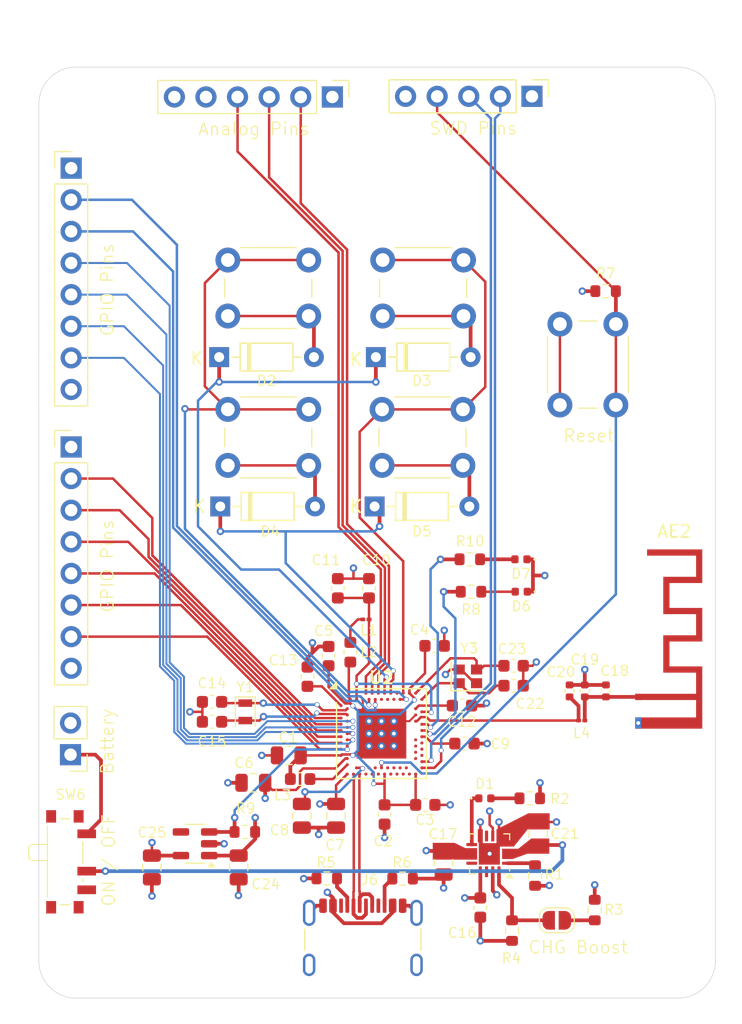
<source format=kicad_pcb>
(kicad_pcb (version 20240108) (generator "pcbnew") (generator_version "8.0")
  (layers (0 "F.Cu" signal) (1 "In1.Cu" power "GND") (2 "In2.Cu" power "PWR") (31 "B.Cu" signal) (34 "B.Paste" user) (35 "F.Paste" user) (36 "B.SilkS" user "B.Silkscreen") (37 "F.SilkS" user "F.Silkscreen") (38 "B.Mask" user) (39 "F.Mask" user) (44 "Edge.Cuts" user))
  (net 0 "")
  (net 1 "VDD_NRF")
  (net 2 "GND_ANT")
  (net 3 "VDDH")
  (net 4 "VBUS")
  (net 5 "Net-(U2-DECUSB)")
  (net 6 "Net-(U2-DEC5)")
  (net 7 "Net-(U2-DEC4)")
  (net 8 "Net-(U2-DEC3)")
  (net 9 "Net-(U2-DEC1)")
  (net 10 "Net-(U2-XL1{slash}P0.00)")
  (net 11 "Net-(U2-XL2{slash}P0.01)")
  (net 12 "Net-(U2-ANT)")
  (net 13 "VBAT")
  (net 14 "Net-(U2-XC1)")
  (net 15 "Net-(U2-XC2)")
  (net 16 "CUTOFF_VCC")
  (net 17 "Net-(D1-K)")
  (net 18 "Net-(D1-A)")
  (net 19 "Net-(D2-A)")
  (net 20 "Net-(D3-A)")
  (net 21 "Net-(D4-A)")
  (net 22 "Net-(D5-A)")
  (net 23 "Net-(D6-A)")
  (net 24 "Net-(D7-A)")
  (net 25 "P004")
  (net 26 "P002")
  (net 27 "P006")
  (net 28 "P008")
  (net 29 "SWDCLK")
  (net 30 "SWDIO")
  (net 31 "P012")
  (net 32 "P026")
  (net 33 "P109")
  (net 35 "Net-(J5-Pin_1)")
  (net 36 "D+")
  (net 37 "Net-(J6-CC2)")
  (net 38 "D-")
  (net 39 "Net-(J6-CC1)")
  (net 40 "Net-(JP1-B)")
  (net 41 "Net-(JP1-A)")
  (net 42 "Net-(L1-Pad2)")
  (net 43 "Net-(U2-DCC)")
  (net 44 "Net-(U2-DCCH)")
  (net 45 "Net-(U1-TS)")
  (net 46 "Net-(AE2-A)")
  (net 47 "BLED")
  (net 48 "CUTOFF_PIN")
  (net 49 "GLED")
  (net 53 "P108")
  (net 71 "P031")
  (net 73 "P029")
  (net 74 "P007")
  (net 75 "P005")
  (net 76 "P027")
  (net 77 "P028")
  (net 80 "P030")
  (net 82 "P115")
  (net 83 "P113")
  (net 84 "P110")
  (net 85 "P111")
  (net 90 "Reset")
  (footprint "Connector_USB:USB_C_Receptacle_GCT_USB4105-xx-A_16P_TopMnt_Horizontal" (layer "F.Cu") (at 84.75312 148.255)
    (property "Reference" "J6")
    (property "Value" "USB_C_Receptacle_USB2.0_14P")
  )
  (footprint "Connector_PinHeader_2.54mm:PinHeader_1x08_P2.54mm_Vertical" (layer "F.Cu") (at 61.3 107.72)
    (property "Reference" "J4")
    (property "Value" "GPIO header 2")
  )
  (footprint "Capacitor_SMD:C_0805_2012Metric" (layer "F.Cu") (at 74.77 141.5 -90)
    (property "Reference" "C24")
    (property "Value" "10uF")
  )
  (footprint "LED_SMD:LED_0402_1005Metric" (layer "F.Cu") (at 97.4675 116.745 180)
    (property "Reference" "D7")
    (property "Value" "Green")
  )
  (footprint "Capacitor_SMD:C_0603_1608Metric" (layer "F.Cu") (at 96.875 126.9)
    (property "Reference" "C22")
    (property "Value" "12pF")
  )
  (footprint "Capacitor_SMD:C_0603_1608Metric" (layer "F.Cu") (at 80.3 126.175 -90)
    (property "Reference" "C13")
    (property "Value" "100nF")
  )
  (footprint "Button_Switch_SMD:SW_SPDT_PCM12" (layer "F.Cu") (at 61.12 141.05 -90)
    (property "Reference" "SW6")
    (property "Value" "Power switch")
  )
  (footprint "Capacitor_SMD:C_0603_1608Metric" (layer "F.Cu") (at 92.725 128.5 180)
    (property "Reference" "C12")
    (property "Value" "100pF")
  )
  (footprint "Package_DFN_QFN:VQFN-16-1EP_3x3mm_P0.5mm_EP1.6x1.6mm" (layer "F.Cu") (at 94.95 140.4125 180)
    (property "Reference" "U1")
    (property "Value" "BQ24075RGT")
  )
  (footprint "Capacitor_SMD:C_0603_1608Metric" (layer "F.Cu") (at 86.5 137.25 90)
    (property "Reference" "C2")
    (property "Value" "100nF")
  )
  (footprint "MountingHole:MountingHole_2.2mm_M2" (layer "F.Cu") (at 110.1 80.2)
    (property "Reference" "H4")
    (property "Value" "MountingHole")
  )
  (footprint "Package_TO_SOT_SMD:SOT-23-5" (layer "F.Cu") (at 71.2625 139.6 180)
    (property "Reference" "U3")
    (property "Value" "XC6220B331MR")
  )
  (footprint "Button_Switch_THT:SW_PUSH_6mm" (layer "F.Cu") (at 73.9 104.7)
    (property "Reference" "SW3")
    (property "Value" "Keyswitch")
  )
  (footprint "Crystal:Crystal_SMD_2012-2Pin_2.0x1.2mm" (layer "F.Cu") (at 75.3 129 -90)
    (property "Reference" "Y1")
    (property "Value" "32.768kHz")
  )
  (footprint "Diode_THT:D_DO-35_SOD27_P7.62mm_Horizontal" (layer "F.Cu") (at 73.29 112.5)
    (property "Reference" "D4")
    (property "Value" "Diode")
  )
  (footprint "Connector_PinHeader_2.54mm:PinHeader_1x05_P2.54mm_Vertical" (layer "F.Cu") (at 98.35 79.55 -90)
    (property "Reference" "J7" (hide yes))
    (property "Value" "Debug header")
  )
  (footprint "Diode_THT:D_DO-35_SOD27_P7.62mm_Horizontal" (layer "F.Cu") (at 85.8 100.5)
    (property "Reference" "D3")
    (property "Value" "Diode")
  )
  (footprint "Capacitor_SMD:C_0603_1608Metric" (layer "F.Cu") (at 82 124.525 -90)
    (property "Reference" "C5")
    (property "Value" "1uF")
  )
  (footprint "Capacitor_SMD:C_0805_2012Metric" (layer "F.Cu") (at 79.85 137.35 90)
    (property "Reference" "C8")
    (property "Value" "4.7uF")
  )
  (footprint "Resistor_SMD:R_0603_1608Metric" (layer "F.Cu") (at 98.6 142.15 -90)
    (property "Reference" "R1")
    (property "Value" "10k")
  )
  (footprint "Resistor_SMD:R_0603_1608Metric" (layer "F.Cu") (at 103.4 144.925 90)
    (property "Reference" "R3")
    (property "Value" "2k")
  )
  (footprint "Connector_PinHeader_2.54mm:PinHeader_1x08_P2.54mm_Vertical" (layer "F.Cu") (at 61.3 85.32)
    (property "Reference" "J2")
    (property "Value" "GPIO header 1")
  )
  (footprint "Capacitor_SMD:C_0603_1608Metric" (layer "F.Cu") (at 72.625 129.8 180)
    (property "Reference" "C15")
    (property "Value" "12pF")
  )
  (footprint "Capacitor_SMD:C_0603_1608Metric" (layer "F.Cu") (at 72.625 128.2 180)
    (property "Reference" "C14")
    (property "Value" "12pF")
  )
  (footprint "LED_SMD:LED_0402_1005Metric" (layer "F.Cu") (at 97.4925 119.345 180)
    (property "Reference" "D6")
    (property "Value" "Blue")
  )
  (footprint "MountingHole:MountingHole_2.2mm_M2" (layer "F.Cu") (at 61.7 80.2)
    (property "Reference" "H3")
    (property "Value" "MountingHole")
  )
  (footprint "Button_Switch_THT:SW_PUSH_6mm" (layer "F.Cu") (at 86.35 92.7)
    (property "Reference" "SW2")
    (property "Value" "Keyswitch")
  )
  (footprint "Inductor_SMD:L_01005_0402Metric" (layer "F.Cu") (at 85 121.575 180)
    (property "Reference" "L1")
    (property "Value" "15nH")
  )
  (footprint "Button_Switch_THT:SW_PUSH_6mm" (layer "F.Cu") (at 86.3 104.7)
    (property "Reference" "SW4")
    (property "Value" "Keyswitch")
  )
  (footprint "Resistor_SMD:R_0603_1608Metric" (layer "F.Cu") (at 93.355 116.745 180)
    (property "Reference" "R10")
    (property "Value" "1.5k")
  )
  (footprint "Inductor_SMD:L_0603_1608Metric" (layer "F.Cu") (at 83.75 124.2125 -90)
    (property "Reference" "L2")
    (property "Value" "10uH")
  )
  (footprint "Capacitor_SMD:C_0603_1608Metric" (layer "F.Cu") (at 96.875 125.3)
    (property "Reference" "C23")
    (property "Value" "12pF")
  )
  (footprint "Capacitor_SMD:C_0603_1608Metric" (layer "F.Cu") (at 82.74 119.075 -90)
    (property "Reference" "C11")
    (property "Value" "1uF")
  )
  (footprint "Jumper:SolderJumper-2_P1.3mm_Open_RoundedPad1.0x1.5mm" (layer "F.Cu") (at 100.35 145.75 180)
    (property "Reference" "JP1")
    (property "Value" "Charge Boost")
  )
  (footprint "Capacitor_SMD:C_0603_1608Metric" (layer "F.Cu") (at 90.525 123.7 180)
    (property "Reference" "C4")
    (property "Value" "100nF")
  )
  (footprint "LED_SMD:LED_0402_1005Metric" (layer "F.Cu") (at 94.5625 135.95)
    (property "Reference" "D1")
    (property "Value" "Orange")
  )
  (footprint "Inductor_SMD:L_01005_0402Metric" (layer "F.Cu") (at 102.35 129.7 180)
    (property "Reference" "L4")
    (property "Value" "3.9nH")
  )
  (footprint "Capacitor_SMD:C_0805_2012Metric" (layer "F.Cu") (at 91.25 141.125 -90)
    (property "Reference" "C17")
    (property "Value" "4.7uF")
  )
  (footprint "MountingHole:MountingHole_2.2mm_M2" (layer "F.Cu") (at 61.7 149)
    (property "Reference" "H2")
    (property "Value" "MountingHole")
  )
  (footprint "Capacitor_SMD:C_0805_2012Metric" (layer "F.Cu") (at 75.95 134.7)
    (property "Reference" "C6")
    (property "Value" "4.7uF")
  )
  (footprint "Connector_PinHeader_2.54mm:PinHeader_1x02_P2.54mm_Vertical" (layer "F.Cu") (at 61.25 132.44 180)
    (property "Reference" "J5")
    (property "Value" "Battery header")
  )
  (footprint "Capacitor_SMD:C_0603_1608Metric" (layer "F.Cu") (at 92.925 131.55 180)
    (property "Reference" "C9")
    (property "Value" "1nF")
  )
  (footprint "Diode_THT:D_DO-35_SOD27_P7.62mm_Horizontal" (layer "F.Cu") (at 73.2 100.5)
    (property "Reference" "D2")
    (property "Value" "Diode")
  )
  (footprint "Resistor_SMD:R_0603_1608Metric" (layer "F.Cu") (at 104.275 95.2)
    (property "Reference" "R7")
    (property "Value" "10k")
  )
  (footprint "Button_Switch_THT:SW_PUSH_6mm" (layer "F.Cu") (at 73.9 92.7)
    (property "Reference" "SW1")
    (property "Value" "Keyswitch")
  )
  (footprint "Resistor_SMD:R_0603_1608Metric" (layer "F.Cu") (at 98.175 135.95)
    (property "Reference" "R2")
    (property "Value" "10k")
  )
  (footprint "Button_Switch_THT:SW_PUSH_6mm" (layer "F.Cu") (at 100.6 104.35 90)
    (property "Reference" "SW5")
    (property "Value" "Reset button")
  )
  (footprint "Capacitor_SMD:C_0805_2012Metric" (layer "F.Cu") (at 67.79 141.5 90)
    (property "Reference" "C25")
    (property "Value" "4.7uF")
  )
  (footprint "Diode_THT:D_DO-35_SOD27_P7.62mm_Horizontal" (layer "F.Cu") (at 85.7 112.5)
    (property "Reference" "D5")
    (property "Value" "Diode")
  )
  (footprint "Connector_PinHeader_2.54mm:PinHeader_1x06_P2.54mm_Vertical" (layer "F.Cu") (at 82.3 79.6 -90)
    (property "Reference" "J1")
    (property "Value" "Analog input header")
  )
  (footprint "Resistor_SMD:R_0603_1608Metric" (layer "F.Cu") (at 87.95 142.4)
    (property "Reference" "R6")
    (property "Value" "5.1k")
  )
  (footprint "MountingHole:MountingHole_2.2mm_M2" (layer "F.Cu") (at 110.1 149)
    (property "Reference" "H1")
    (property "Value" "MountingHole")
  )
  (footprint "Capacitor_SMD:C_0603_1608Metric" (layer "F.Cu") (at 94.2 144.725 90)
    (property "Reference" "C16")
    (property "Value" "1uF")
  )
  (footprint "Library:Nordic_AQFN-73-1EP_7x7mm_P0.5mm" (layer "F.Cu") (at 86.25 130.75)
    (property "Reference" "U2")
    (property "Value" "nRF52840")
  )
  (footprint "Capacitor_SMD:C_0603_1608Metric" (layer "F.Cu") (at 89.775 136.475 180)
    (property "Reference" "C3")
    (property "Value" "100nF")
  )
  (footprint "Crystal:Crystal_SMD_2016-4Pin_2.0x1.6mm" (layer "F.Cu") (at 93.2 126.15)
    (property "Reference" "Y3")
    (property "Value" "32MHz")
  )
  (footprint "Capacitor_SMD:C_0805_2012Metric" (layer "F.Cu") (at 82.6 137.35 90)
    (property "Reference" "C7")
    (property "Value" "4.7uF")
  )
  (footprint "RF_Antenna:Texas_SWRA117D_2.4GHz_Left" (layer "F.Cu") (at 106.9 127.8 -90)
    (property "Reference" "AE2")
    (property "Value" "Bluetooth antenna")
  )
  (footprint "Resistor_SMD:R_0603_1608Metric" (layer "F.Cu") (at 93.4525 119.35 180)
    (property "Reference" "R8")
    (property "Value" "1.5k")
  )
  (footprint "Capacitor_SMD:C_0402_1005Metric" (layer "F.Cu") (at 104.3 127.32 -90)
    (property "Reference" "C18")
    (property "Value" "1.5pF")
  )
  (footprint "Resistor_SMD:R_0603_1608Metric" (layer "F.Cu") (at 96.75 146.575 -90)
    (property "Reference" "R4")
    (property "Value" "10k")
  )
  (footprint "Capacitor_SMD:C_0603_1608Metric" (layer "F.Cu") (at 85.25 119.075 -90)
    (property "Reference" "C10")
    (property "Value" "47nF")
  )
  (footprint "Capacitor_SMD:C_0805_2012Metric" (layer "F.Cu") (at 98.85 138.8 -90)
    (property "Reference" "C21")
    (property "Value" "4.7uF")
  )
  (footprint "Inductor_SMD:L_0603_1608Metric" (layer "F.Cu") (at 79.7125 134.4 180)
    (property "Reference" "L3")
    (property "Value" "10uH")
  )
  (footprint "Resistor_SMD:R_0603_1608Metric" (layer "F.Cu") (at 81.851712 142.383952 180)
    (property "Reference" "R5")
    (property "Value" "5.1k")
  )
  (footprint "Capacitor_SMD:C_0402_1005Metric" (layer "F.Cu") (at 102.6 127.32 -90)
    (property "Reference" "C19")
    (property "Value" "1pF")
  )
  (footprint "Capacitor_SMD:C_0402_1005Metric" (layer "F.Cu") (at 101.375 127.32 -90)
    (property "Reference" "C20")
    (property "Value" "1pF")
  )
  (footprint "Resistor_SMD:R_0603_1608Metric" (layer "F.Cu") (at 75.265 138.65 180)
    (property "Reference" "R9")
    (property "Value" "10M")
  )
  (footprint "Capacitor_SMD:C_0805_2012Metric" (layer "F.Cu") (at 78.8 132.5)
    (property "Reference" "C1")
    (property "Value" "4.7uF")
  )
  (gr_line (start 113.1 80.2) (end 113.1 149) (stroke (width 0.05)) (layer "Edge.Cuts"))
  (gr_line (start 58.698334 80.2) (end 58.7 149) (stroke (width 0.05)) (layer "Edge.Cuts"))
  (gr_arc (start 110.1 77.2) (mid 112.22132 78.07868) (end 113.1 80.2) (stroke (width 0.05)) (layer "Edge.Cuts"))
  (gr_arc (start 113.1 149) (mid 112.22132 151.12132) (end 110.1 152) (stroke (width 0.05)) (layer "Edge.Cuts"))
  (gr_arc (start 58.698334 80.2) (mid 59.613156 78.042436) (end 61.8 77.2) (stroke (width 0.05)) (layer "Edge.Cuts"))
  (gr_arc (start 61.7 152) (mid 59.57868 151.12132) (end 58.7 149) (stroke (width 0.05)) (layer "Edge.Cuts"))
  (gr_line (start 61.7 152) (end 110.1 152) (stroke (width 0.05)) (layer "Edge.Cuts"))
  (gr_line (start 110.1 77.2) (end 61.8 77.2) (stroke (width 0.05)) (layer "Edge.Cuts"))
  (gr_text "Reset" (at 100.8 107.4 0) (layer "F.SilkS") (effects (font (size 1 1) (thickness 0.1)) (justify left bottom)))
  (gr_text "GPIO Pins" (at 64.8 121.1 90) (layer "F.SilkS") (effects (font (size 1 1) (thickness 0.1)) (justify left bottom)))
  (gr_text "SWD Pins" (at 90.05 82.7 0) (layer "F.SilkS") (effects (font (size 1 1) (thickness 0.1)) (justify left bottom)))
  (gr_text "CHG Boost" (at 98 148.5 0) (layer "F.SilkS") (effects (font (size 1 1) (thickness 0.1)) (justify left bottom)))
  (gr_text "GPIO Pins" (at 64.8 98.9 90) (layer "F.SilkS") (effects (font (size 1 1) (thickness 0.1)) (justify left bottom)))
  (gr_text "ON / OFF" (at 64.9 144.7 90) (layer "F.SilkS") (effects (font (size 1 1) (thickness 0.1)) (justify left bottom)))
  (gr_text "Battery" (at 64.8 134.1 90) (layer "F.SilkS") (effects (font (size 1 1) (thickness 0.1)) (justify left bottom)))
  (gr_text "Analog Pins" (at 71.45 82.75 0) (layer "F.SilkS") (effects (font (size 1 1) (thickness 0.1)) (justify left bottom)))
  (segment (start 89.75 125.9) (end 88.5 127.15) (width 0.2) (layer "F.Cu") (net 1))
  (segment (start 83.75 128.325) (end 83.95 128.525) (width 0.2) (layer "F.Cu") (net 1))
  (segment (start 86.5 134.775) (end 86.5 136.475) (width 0.2) (layer "F.Cu") (net 1))
  (segment (start 88.9 128.05) (end 88.9 127.9) (width 0.2) (layer "F.Cu") (net 1))
  (segment (start 82 127) (end 82 125.3) (width 0.2) (layer "F.Cu") (net 1))
  (segment (start 83 128) (end 82 127) (width 0.2) (layer "F.Cu") (net 1))
  (segment (start 88.5 127.15) (end 88.5 127.5) (width 0.2) (layer "F.Cu") (net 1))
  (segment (start 83 132.5) (end 79.75 132.5) (width 0.2) (layer "F.Cu") (net 1))
  (segment (start 89 134) (end 89 136.475) (width 0.2) (layer "F.Cu") (net 1))
  (segment (start 86.5 136.475) (end 89 136.475) (width 0.2) (layer "F.Cu") (net 1))
  (segment (start 85.625 134.775) (end 86.5 134.775) (width 0.2) (layer "F.Cu") (net 1))
  (segment (start 78.925 134.4) (end 78.925 133.325) (width 0.3) (layer "F.Cu") (net 1))
  (segment (start 83.875 132.425) (end 83.075 132.425) (width 0.2) (layer "F.Cu") (net 1))
  (segment (start 83.325 128.325) (end 83.75 128.325) (width 0.2) (layer "F.Cu") (net 1))
  (segment (start 83 128) (end 83.325 128.325) (width 0.2) (layer "F.Cu") (net 1))
  (segment (start 78.925 133.325) (end 79.75 132.5) (width 0.3) (layer "F.Cu") (net 1))
  (segment (start 83.95 132.5) (end 83.875 132.425) (width 0.2) (layer "F.Cu") (net 1))
  (segment (start 86.5 134) (end 86.5 134.775) (width 0.2) (layer "F.Cu") (net 1))
  (segment (start 89.75 123.7) (end 89.75 125.9) (width 0.2) (layer "F.Cu") (net 1))
  (segment (start 83.075 132.425) (end 83 132.5) (width 0.2) (layer "F.Cu") (net 1))
  (segment (start 88.9 127.9) (end 88.5 127.5) (width 0.2) (layer "F.Cu") (net 1))
  (via (at 85.625 134.775) (size 0.4) (drill 0.3) (layers "F.Cu" "B.Cu") (net 1))
  (via (at 83.95 132.5) (size 0.4) (drill 0.3) (layers "F.Cu" "B.Cu") (net 1))
  (via (at 88.9 128.05) (size 0.4) (drill 0.3) (layers "F.Cu" "B.Cu") (net 1))
  (via (at 83.95 128.525) (size 0.4) (drill 0.3) (layers "F.Cu" "B.Cu") (net 1))
  (segment (start 87.75 129.2) (end 88.9 128.05) (width 0.2) (layer "B.Cu") (net 1))
  (segment (start 84.349998 128.924998) (end 84.349998 129.2) (width 0.2) (layer "B.Cu") (net 1))
  (segment (start 84.255686 132.5) (end 85.625 133.869314) (width 0.2) (layer "B.Cu") (net 1))
  (segment (start 84.349998 132.100002) (end 83.95 132.5) (width 0.2) (layer "B.Cu") (net 1))
  (segment (start 83.95 132.5) (end 84.255686 132.5) (width 0.2) (layer "B.Cu") (net 1))
  (segment (start 84.349998 129.2) (end 84.349998 132.100002) (width 0.2) (layer "B.Cu") (net 1))
  (segment (start 85.625 133.869314) (end 85.625 134.775) (width 0.2) (layer "B.Cu") (net 1))
  (segment (start 84.349998 129.2) (end 87.75 129.2) (width 0.2) (layer "B.Cu") (net 1))
  (segment (start 83.95 128.525) (end 84.349998 128.924998) (width 0.2) (layer "B.Cu") (net 1))
  (segment (start 103.4 144.1) (end 103.4 142.9) (width 0.3) (layer "F.Cu") (net 2))
  (segment (start 92.5 125.6) (end 91.8 125.6) (width 0.2) (layer "F.Cu") (net 2))
  (segment (start 95.2 143.375) (end 95.525 143.7) (width 0.3) (layer "F.Cu") (net 2))
  (segment (start 98.43 119.345) (end 98.43 118.045) (width 0.3) (layer "F.Cu") (net 2))
  (segment (start 102.6 126.84) (end 104.3 126.84) (width 0.3) (layer "F.Cu") (net 2))
  (segment (start 93.75 126.7) (end 92.65 125.6) (width 0.2) (layer "F.Cu") (net 2))
  (segment (start 71.85 129) (end 70.85 129) (width 0.2) (layer "F.Cu") (net 2))
  (segment (start 101.375 126.84) (end 102.6 126.84) (width 0.3) (layer "F.Cu") (net 2))
  (segment (start 94.2 138.975) (end 94.2 137.85) (width 0.2) (layer "F.Cu") (net 2))
  (segment (start 80.016048 142.383952) (end 80 142.4) (width 0.3) (layer "F.Cu") (net 2))
  (segment (start 98.405 116.745) (end 97.9525 116.745) (width 0.3) (layer "F.Cu") (net 2))
  (segment (start 67.79 143.79) (end 67.8 143.8) (width 0.3) (layer "F.Cu") (net 2))
  (segment (start 98.43 116.77) (end 98.405 116.745) (width 0.3) (layer "F.Cu") (net 2))
  (segment (start 84.75 129.25) (end 85.25 129.75) (width 0.16) (layer "F.Cu") (net 2))
  (segment (start 95.7 138.975) (end 95.7 137.85) (width 0.2) (layer "F.Cu") (net 2))
  (segment (start 91.8 125.6) (end 91.4 126) (width 0.2) (layer "F.Cu") (net 2))
  (segment (start 88.5 129.75) (end 87.25 129.75) (width 0.16) (layer "F.Cu") (net 2))
  (segment (start 95.2 141.85) (end 95.2 143.375) (width 0.3) (layer "F.Cu") (net 2))
  (segment (start 91.3 123.7) (end 91.3 122.45) (width 0.2) (layer "F.Cu") (net 2))
  (segment (start 77.85 132.5) (end 76.625 132.5) (width 0.2) (layer "F.Cu") (net 2))
  (segment (start 84.75 128) (end 84.75 129.25) (width 0.16) (layer "F.Cu") (net 2))
  (segment (start 75 134.7) (end 73.9 134.7) (width 0.3) (layer "F.Cu") (net 2))
  (segment (start 72.4 139.6) (end 73.6 139.6) (width 0.3) (layer "F.Cu") (net 2))
  (segment (start 90.9 142.4) (end 91.25 142.05) (width 0.3) (layer "F.Cu") (net 2))
  (segment (start 92.65 125.6) (end 92.5 125.6) (width 0.2) (layer "F.Cu") (net 2))
  (segment (start 98.43 118.045) (end 98.43 116.77) (width 0.3) (layer "F.Cu") (net 2))
  (segment (start 98.85 137.85) (end 100.325 137.85) (width 0.2) (layer "F.Cu") (net 2))
  (segment (start 98.43 118.045) (end 99.38 118.045) (width 0.3) (layer "F.Cu") (net 2))
  (segment (start 90.55 136.475) (end 91.775 136.475) (width 0.2) (layer "F.Cu") (net 2))
  (segment (start 82.6 138.3) (end 81.2 138.3) (width 0.3) (layer "F.Cu") (net 2))
  (segment (start 93.9 126.7) (end 93.75 126.7) (width 0.2) (layer "F.Cu") (net 2))
  (segment (start 97.65 125.3) (end 97.65 126.9) (width 0.2) (layer "F.Cu") (net 2))
  (segment (start 87.95312 144.575) (end 88.49812 144.575) (width 0.3) (layer "F.Cu") (net 2))
  (segment (start 80.725 124.225) (end 80.7 124.2) (width 0.3) (layer "F.Cu") (net 2))
  (segment (start 80.3 125.4) (end 80.3 124.65) (width 0.3) (layer "F.Cu") (net 2))
  (segment (start 102.6 125.6) (end 102.6 126.84) (width 0.3) (layer "F.Cu") (net 2))
  (segment (start 84 118.3) (end 84 117.45) (width 0.2) (layer "F.Cu") (net 2))
  (segment (start 98.6 142.975) (end 99.725 142.975) (width 0.3) (layer "F.Cu") (net 2))
  (segment (start 99.725 142.975) (end 99.75 142.95) (width 0.3) (layer "F.Cu") (net 2))
  (segment (start 84 118.3) (end 85.25 118.3) (width 0.2) (layer "F.Cu") (net 2))
  (segment (start 67.79 142.45) (end 67.79 143.79) (width 0.3) (layer "F.Cu") (net 2))
  (segment (start 94.95 140.4125) (end 94.95 140.4) (width 0.3) (layer "F.Cu") (net 2))
  (segment (start 80.725 124.225) (end 81.2 123.75) (width 0.3) (layer "F.Cu") (net 2))
  (segment (start 74.77 142.45) (end 74.77 143.73) (width 0.3) (layer "F.Cu") (net 2))
  (segment (start 81.00812 144.575) (end 80.43312 145.15) (width 0.3) (layer "F.Cu") (net 2))
  (segment (start 88.49812 144.575) (end 89.07312 145.15) (width 0.3) (layer "F.Cu") (net 2))
  (segment (start 81.2 138.3) (end 79.85 138.3) (width 0.3) (layer "F.Cu") (net 2))
  (segment (start 98.43 119.345) (end 97.9775 119.345) (width 0.3) (layer "F.Cu") (net 2))
  (segment (start 94.5 128.5) (end 94.7 128.3) (width 0.3) (layer "F.Cu") (net 2))
  (segment (start 91.25 142.05) (end 91.25 143.15) (width 0.3) (layer "F.Cu") (net 2))
  (segment (start 98.4 125.3) (end 98.7 125) (width 0.2) (layer "F.Cu") (net 2))
  (segment (start 80.3 124.65) (end 80.725 124.225) (width 0.3) (layer "F.Cu") (net 2))
  (segment (start 89 129.25) (end 88.5 129.75) (width 0.16) (layer "F.Cu") (net 2))
  (segment (start 71.85 129.8) (end 71.85 129) (width 0.2) (layer "F.Cu") (net 2))
  (segment (start 81.2 123.75) (end 82 123.75) (width 0.3) (layer "F.Cu") (net 2))
  (segment (start 71.85 129) (end 71.85 128.2) (width 0.2) (layer "F.Cu") (net 2))
  (segment (start 80.7 124.2) (end 80.7 123.45) (width 0.3) (layer "F.Cu") (net 2))
  (segment (start 74.77 143.73) (end 74.75 143.75) (width 0.3) (layer "F.Cu") (net 2))
  (segment (start 94.2 145.5) (end 94.2 147.4) (width 0.3) (layer "F.Cu") (net 2))
  (segment (start 81.026712 142.383952) (end 80.016048 142.383952) (width 0.3) (layer "F.Cu") (net 2))
  (segment (start 93.7 131.55) (end 94.75 131.55) (width 0.3) (layer "F.Cu") (net 2))
  (segment (start 100.6 104.35) (end 100.6 97.85) (width 0.2) (layer "F.Cu") (net 2))
  (segment (start 88.775 142.4) (end 90.9 142.4) (width 0.3) (layer "F.Cu") (net 2))
  (segment (start 96.75 147.4) (end 94.2 147.4) (width 0.3) (layer "F.Cu") (net 2))
  (segment (start 86.5 138.025) (end 86.5 139.1) (width 0.3) (layer "F.Cu") (net 2))
  (segment (start 81.2 138.3) (end 81.2 138.85) (width 0.3) (layer "F.Cu") (net 2))
  (segment (start 82.74 118.3) (end 84 118.3) (width 0.2) (layer "F.Cu") (net 2))
  (segment (start 97.65 125.3) (end 98.4 125.3) (width 0.2) (layer "F.Cu") (net 2))
  (segment (start 81.55312 144.575) (end 81.00812 144.575) (width 0.3) (layer "F.Cu") (net 2))
  (segment (start 93.5 128.5) (end 94.5 128.5) (width 0.3) (layer "F.Cu") (net 2))
  (via (at 86.25 131.75) (size 0.6) (drill 0.3) (layers "F.Cu" "B.Cu") (net 2))
  (via (at 84 117.45) (size 0.6) (drill 0.3) (layers "F.Cu" "B.Cu") (net 2))
  (via (at 103.4 142.9) (size 0.6) (drill 0.3) (layers "F.Cu" "B.Cu") (net 2))
  (via (at 94.95 140.4) (size 0.4) (drill 0.3) (layers "F.Cu" "B.Cu") (net 2))
  (via (at 86.25 129.75) (size 0.6) (drill 0.3) (layers "F.Cu" "B.Cu") (net 2))
  (via (at 91.4 126) (size 0.6) (drill 0.3) (layers "F.Cu" "B.Cu") (net 2))
  (via (at 67.8 143.8) (size 0.6) (drill 0.3) (layers "F.Cu" "B.Cu") (net 2))
  (via (at 73.9 134.7) (size 0.6) (drill 0.3) (layers "F.Cu" "B.Cu") (net 2))
  (via (at 94.75 131.55) (size 0.6) (drill 0.3) (layers "F.Cu" "B.Cu") (net 2))
  (via (at 99.75 142.95) (size 0.6) (drill 0.3) (layers "F.Cu" "B.Cu") (net 2))
  (via (at 99.38 118.045) (size 0.6) (drill 0.3) (layers "F.Cu" "B.Cu") (net 2))
  (via (at 80.7 123.45) (size 0.6) (drill 0.3) (layers "F.Cu" "B.Cu") (net 2))
  (via (at 74.75 143.75) (size 0.6) (drill 0.3) (layers "F.Cu" "B.Cu") (net 2))
  (via (at 91.3 122.45) (size 0.6) (drill 0.3) (layers "F.Cu" "B.Cu") (net 2))
  (via (at 87.25 131.75) (size 0.6) (drill 0.3) (layers "F.Cu" "B.Cu") (net 2))
  (via (at 73.6 139.6) (size 0.6) (drill 0.3) (layers "F.Cu" "B.Cu") (net 2))
  (via (at 94.2 147.4) (size 0.6) (drill 0.3) (layers "F.Cu" "B.Cu") (net 2))
  (via (at 87.25 129.75) (size 0.6) (drill 0.3) (layers "F.Cu" "B.Cu") (net 2))
  (via (at 91.775 136.475) (size 0.6) (drill 0.3) (layers "F.Cu" "B.Cu") (net 2))
  (via (at 100.325 137.85) (size 0.6) (drill 0.3) (layers "F.Cu" "B.Cu") (net 2))
  (via (at 95.525 143.7) (size 0.6) (drill 0.3) (layers "F.Cu" "B.Cu") (net 2))
  (via (at 95.7 137.85) (size 0.6) (drill 0.3) (layers "F.Cu" "B.Cu") (net 2))
  (via (at 94.2 137.85) (size 0.6) (drill 0.3) (layers "F.Cu" "B.Cu") (net 2))
  (via (at 98.7 125) (size 0.6) (drill 0.3) (layers "F.Cu" "B.Cu") (net 2))
  (via (at 102.6 125.6) (size 0.6) (drill 0.3) (layers "F.Cu" "B.Cu") (net 2))
  (via (at 86.25 130.75) (size 0.6) (drill 0.3) (layers "F.Cu" "B.Cu") (net 2))
  (via (at 85.25 130.75) (size 0.6) (drill 0.3) (layers "F.Cu" "B.Cu") (net 2))
  (via (at 86.5 139.1) (size 0.6) (drill 0.3) (layers "F.Cu" "B.Cu") (net 2))
  (via (at 94.7 128.3) (size 0.6) (drill 0.3) (layers "F.Cu" "B.Cu") (net 2))
  (via (at 70.85 129) (size 0.6) (drill 0.3) (layers "F.Cu" "B.Cu") (net 2))
  (via (at 85.25 129.75) (size 0.6) (drill 0.3) (layers "F.Cu" "B.Cu") (net 2))
  (via (at 91.25 143.15) (size 0.6) (drill 0.3) (layers "F.Cu" "B.Cu") (net 2))
  (via (at 85.25 131.75) (size 0.6) (drill 0.3) (layers "F.Cu" "B.Cu") (net 2))
  (via (at 80 142.4) (size 0.6) (drill 0.3) (layers "F.Cu" "B.Cu") (net 2))
  (via (at 81.2 138.85) (size 0.6) (drill 0.3) (layers "F.Cu" "B.Cu") (net 2))
  (via (at 87.25 130.75) (size 0.6) (drill 0.3) (layers "F.Cu" "B.Cu") (net 2))
  (via (at 76.625 132.5) (size 0.6) (drill 0.3) (layers "F.Cu" "B.Cu") (net 2))
  (segment (start 76.1 138.66) (end 76.09 138.65) (width 0.3) (layer "F.Cu") (net 3))
  (segment (start 89.875 140.175) (end 89.85 140.15) (width 0.3) (layer "F.Cu") (net 3))
  (segment (start 79.7 134.95) (end 79.375 135.275) (width 0.2) (layer "F.Cu") (net 3))
  (segment (start 76.09 138.65) (end 76.09 137.51) (width 0.3) (layer "F.Cu") (net 3))
  (segment (start 95.2 138.325) (end 95.2 138.975) (width 0.2) (layer "F.Cu") (net 3))
  (segment (start 72.4 140.55) (end 74.77 140.55) (width 0.3) (layer "F.Cu") (net 3))
  (segment (start 79.375 135.275) (end 77.475 135.275) (width 0.2) (layer "F.Cu") (net 3))
  (segment (start 79.7 133.8) (end 79.7 134.95) (width 0.2) (layer "F.Cu") (net 3))
  (segment (start 91.2625 140.1625) (end 91.25 140.175) (width 0.3) (layer "F.Cu") (net 3))
  (segment (start 94.95 136.975) (end 94.95 138.075) (width 0.2) (layer "F.Cu") (net 3))
  (segment (start 79.95 133.55) (end 79.7 133.8) (width 0.2) (layer "F.Cu") (net 3))
  (segment (start 74.77 140.55) (end 76.1 139.22) (width 0.3) (layer "F.Cu") (net 3))
  (segment (start 76.9 134.7) (end 76.9 135.95) (width 0.3) (layer "F.Cu") (net 3))
  (segment (start 76.09 137.51) (end 76.1 137.5) (width 0.3) (layer "F.Cu") (net 3))
  (segment (start 83.5 132.75) (end 83.351041 132.75) (width 0.2) (layer "F.Cu") (net 3))
  (segment (start 76.1 139.22) (end 76.1 138.66) (width 0.3) (layer "F.Cu") (net 3))
  (segment (start 99 135.95) (end 99 134.7) (width 0.3) (layer "F.Cu") (net 3))
  (segment (start 103.45 95.2) (end 102.4 95.2) (width 0.3) (layer "F.Cu") (net 3))
  (segment (start 83.351041 132.75) (end 82.551041 133.55) (width 0.2) (layer "F.Cu") (net 3))
  (segment (start 77.475 135.275) (end 76.9 134.7) (width 0.2) (layer "F.Cu") (net 3))
  (segment (start 94.95 138.075) (end 95.2 138.325) (width 0.2) (layer "F.Cu") (net 3))
  (segment (start 91.25 140.175) (end 89.875 140.175) (width 0.3) (layer "F.Cu") (net 3))
  (segment (start 82.551041 133.55) (end 79.95 133.55) (width 0.2) (layer "F.Cu") (net 3))
  (via (at 102.4 95.2) (size 0.6) (drill 0.3) (layers "F.Cu" "B.Cu") (net 3))
  (via (at 89.85 140.15) (size 0.6) (drill 0.3) (layers "F.Cu" "B.Cu") (net 3))
  (via (at 76.1 137.5) (size 0.6) (drill 0.3) (layers "F.Cu" "B.Cu") (net 3))
  (via (at 99 134.7) (size 0.6) (drill 0.3) (layers "F.Cu" "B.Cu") (net 3))
  (via (at 94.95 136.975) (size 0.6) (drill 0.3) (layers "F.Cu" "B.Cu") (net 3))
  (via (at 76.9 135.95) (size 0.6) (drill 0.3) (layers "F.Cu" "B.Cu") (net 3))
  (segment (start 94.2 141.85) (end 94.2 143.95) (width 0.3) (layer "F.Cu") (net 4))
  (segment (start 82.6 134.9) (end 82.6 136.4) (width 0.2) (layer "F.Cu") (net 4))
  (segment (start 87.15312 145.10312) (end 87.15312 144.575) (width 0.3) (layer "F.Cu") (net 4))
  (segment (start 82.6 136.4) (end 81.3 136.4) (width 0.3) (layer "F.Cu") (net 4))
  (segment (start 86.27424 145.982) (end 87.15312 145.10312) (width 0.3) (layer "F.Cu") (net 4))
  (segment (start 94.2 143.95) (end 92.95 143.95) (width 0.3) (layer "F.Cu") (net 4))
  (segment (start 82.35312 143.95312) (end 81.9 143.5) (width 0.3) (layer "F.Cu") (net 4))
  (segment (start 82.35312 144.575) (end 82.35312 143.95312) (width 0.3) (layer "F.Cu") (net 4))
  (segment (start 82.35312 145.109038) (end 83.226082 145.982) (width 0.3) (layer "F.Cu") (net 4))
  (segment (start 82.35312 144.575) (end 82.35312 145.109038) (width 0.3) (layer "F.Cu") (net 4))
  (segment (start 83.5 134) (end 82.6 134.9) (width 0.2) (layer "F.Cu") (net 4))
  (segment (start 83.226082 145.982) (end 86.27424 145.982) (width 0.3) (layer "F.Cu") (net 4))
  (via (at 81.3 136.4) (size 0.6) (drill 0.3) (layers "F.Cu" "B.Cu") (net 4))
  (via (at 81.9 143.5) (size 0.6) (drill 0.3) (layers "F.Cu" "B.Cu") (net 4))
  (via (at 92.95 143.95) (size 0.6) (drill 0.3) (layers "F.Cu" "B.Cu") (net 4))
  (segment (start 84.25 133.5) (end 84.69 133.5) (width 0.2) (layer "F.Cu") (net 5))
  (segment (start 80.1 135.43) (end 80.1 136.4) (width 0.2) (layer "F.Cu") (net 5))
  (segment (start 84.69 133.5) (end 84.74 133.55) (width 0.2) (layer "F.Cu") (net 5))
  (via (at 84.74 133.55) (size 0.4) (drill 0.3) (layers "F.Cu" "B.Cu") (net 5))
  (via (at 80.1 135.43) (size 0.6) (drill 0.3) (layers "F.Cu" "B.Cu") (net 5))
  (segment (start 84.74 133.55) (end 82.86 135.43) (width 0.2) (layer "B.Cu") (net 5))
  (segment (start 82.86 135.43) (end 80.1 135.43) (width 0.2) (layer "B.Cu") (net 5))
  (segment (start 89.8 131) (end 90.35 131.55) (width 0.2) (layer "F.Cu") (net 6))
  (segment (start 90.35 131.55) (end 92.15 131.55) (width 0.2) (layer "F.Cu") (net 6))
  (segment (start 89.5 131) (end 89.8 131) (width 0.2) (layer "F.Cu") (net 6))
  (segment (start 90.25 129.05) (end 90.2 129) (width 0.2) (layer "F.Cu") (net 7))
  (segment (start 85.25 119.85) (end 85.25 121.575) (width 0.2) (layer "F.Cu") (net 7))
  (segment (start 84.25 126.75) (end 84.25 128) (width 0.2) (layer "F.Cu") (net 7))
  (segment (start 84.25 126.1) (end 85.25 125.1) (width 0.2) (layer "F.Cu") (net 7))
  (segment (start 85.25 119.85) (end 82.74 119.85) (width 0.2) (layer "F.Cu") (net 7))
  (segment (start 84.25 126.75) (end 84.25 126.1) (width 0.2) (layer "F.Cu") (net 7))
  (segment (start 85.25 121.575) (end 85.25 125.1) (width 0.2) (layer "F.Cu") (net 7))
  (segment (start 90.2 129) (end 89.5 129) (width 0.2) (layer "F.Cu") (net 7))
  (via (at 84.25 126.75) (size 0.4) (drill 0.3) (layers "F.Cu" "B.Cu") (net 7))
  (via (at 90.25 129.05) (size 0.4) (drill 0.3) (layers "F.Cu" "B.Cu") (net 7))
  (segment (start 90.25 127) (end 90 126.75) (width 0.2) (layer "B.Cu") (net 7))
  (segment (start 90.25 129.05) (end 90.25 127) (width 0.2) (layer "B.Cu") (net 7))
  (segment (start 90 126.75) (end 84.25 126.75) (width 0.2) (layer "B.Cu") (net 7))
  (segment (start 89 128.75) (end 89.25 128.5) (width 0.2) (layer "F.Cu") (net 8))
  (segment (start 89.25 128.5) (end 91.95 128.5) (width 0.2) (layer "F.Cu") (net 8))
  (segment (start 83 128.5) (end 81.45 126.95) (width 0.2) (layer "F.Cu") (net 9))
  (segment (start 81.45 126.95) (end 80.3 126.95) (width 0.2) (layer "F.Cu") (net 9))
  (segment (start 75.3 128.3) (end 76.75 128.3) (width 0.2) (layer "F.Cu") (net 10))
  (segment (start 83.5 128.75) (end 83.499998 128.75) (width 0.2) (layer "F.Cu") (net 10))
  (segment (start 83.5 128.75) (end 83.375 128.875) (width 0.2) (layer "F.Cu") (net 10))
  (segment (start 83.375 128.875) (end 81.525 128.875) (width 0.2) (layer "F.Cu") (net 10))
  (segment (start 75.3 128.3) (end 73.5 128.3) (width 0.2) (layer "F.Cu") (net 10))
  (segment (start 73.5 128.3) (end 73.4 128.2) (width 0.2) (layer "F.Cu") (net 10))
  (segment (start 81.525 128.875) (end 81.075 128.425) (width 0.2) (layer "F.Cu") (net 10))
  (via (at 81.075 128.425) (size 0.4) (drill 0.3) (layers "F.Cu" "B.Cu") (net 10))
  (via (at 76.75 128.3) (size 0.6) (drill 0.3) (layers "F.Cu" "B.Cu") (net 10))
  (segment (start 81.075 128.425) (end 76.875 128.425) (width 0.2) (layer "B.Cu") (net 10))
  (segment (start 76.875 128.425) (end 76.75 128.3) (width 0.2) (layer "B.Cu") (net 10))
  (segment (start 76.448521 129.7) (end 76.764947 129.383574) (width 0.2) (layer "F.Cu") (net 11))
  (segment (start 75.3 129.7) (end 76.448521 129.7) (width 0.2) (layer "F.Cu") (net 11))
  (segment (start 82.86538 129.175) (end 81.13795 129.175) (width 0.2) (layer "F.Cu") (net 11))
  (segment (start 75.3 129.7) (end 73.5 129.7) (width 0.2) (layer "F.Cu") (net 11))
  (segment (start 83.425 129.175) (end 82.86538 129.175) (width 0.2) (layer "F.Cu") (net 11))
  (segment (start 83.5 129.25) (end 83.425 129.175) (width 0.2) (layer "F.Cu") (net 11))
  (segment (start 81.13795 129.175) (end 81.056475 129.093525) (width 0.2) (layer "F.Cu") (net 11))
  (segment (start 73.5 129.7) (end 73.4 129.8) (width 0.2) (layer "F.Cu") (net 11))
  (via (at 81.056475 129.093525) (size 0.4) (drill 0.3) (layers "F.Cu" "B.Cu") (net 11))
  (via (at 76.764947 129.383574) (size 0.6) (drill 0.3) (layers "F.Cu" "B.Cu") (net 11))
  (segment (start 80.766426 129.383574) (end 76.764947 129.383574) (width 0.2) (layer "B.Cu") (net 11))
  (segment (start 81.056475 129.093525) (end 80.766426 129.383574) (width 0.2) (layer "B.Cu") (net 11))
  (segment (start 76.898521 129.25) (end 76.764947 129.383574) (width 0.16) (layer "B.Cu") (net 11))
  (segment (start 89.350521 129.50052) (end 89.350521 129.499479) (width 0.2) (layer "F.Cu") (net 12))
  (segment (start 89.425 129.425) (end 89.875466 129.425) (width 0.2) (layer "F.Cu") (net 12))
  (segment (start 89.875466 129.425) (end 90.150466 129.7) (width 0.2) (layer "F.Cu") (net 12))
  (segment (start 89.350521 129.499479) (end 89.425 129.425) (width 0.2) (layer "F.Cu") (net 12))
  (segment (start 89 129.75) (end 89.101041 129.75) (width 0.2) (layer "F.Cu") (net 12))
  (segment (start 101.375 127.8) (end 102.1 128.525) (width 0.3) (layer "F.Cu") (net 12))
  (segment (start 89.101041 129.75) (end 89.350521 129.50052) (width 0.2) (layer "F.Cu") (net 12))
  (segment (start 102.1 128.525) (end 102.1 129.7) (width 0.3) (layer "F.Cu") (net 12))
  (segment (start 90.150466 129.7) (end 102.1 129.7) (width 0.2) (layer "F.Cu") (net 12))
  (segment (start 62.55 141.8) (end 64.05 141.8) (width 0.3) (layer "F.Cu") (net 13))
  (segment (start 98.9 139.7) (end 98.85 139.75) (width 0.3) (layer "F.Cu") (net 13))
  (segment (start 100.8 139.7) (end 98.9 139.7) (width 0.3) (layer "F.Cu") (net 13))
  (via (at 100.8 139.7) (size 0.6) (drill 0.3) (layers "F.Cu" "B.Cu") (net 13))
  (via (at 64.05 141.8) (size 0.6) (drill 0.3) (layers "F.Cu" "B.Cu") (net 13))
  (segment (start 100.8 140.95) (end 100.8 139.7) (width 0.3) (layer "B.Cu") (net 13))
  (segment (start 99.95 141.8) (end 100.8 140.95) (width 0.3) (layer "B.Cu") (net 13))
  (segment (start 64.05 141.8) (end 99.95 141.8) (width 0.3) (layer "B.Cu") (net 13))
  (segment (start 93.3 127.5) (end 94.9 127.5) (width 0.2) (layer "F.Cu") (net 14))
  (segment (start 89.5 128) (end 90.8 126.7) (width 0.2) (layer "F.Cu") (net 14))
  (segment (start 94.9 127.5) (end 95.5 126.9) (width 0.2) (layer "F.Cu") (net 14))
  (segment (start 92.5 126.7) (end 90.8 126.7) (width 0.2) (layer "F.Cu") (net 14))
  (segment (start 95.5 126.9) (end 96.1 126.9) (width 0.2) (layer "F.Cu") (net 14))
  (segment (start 92.5 126.7) (end 93.3 127.5) (width 0.2) (layer "F.Cu") (net 14))
  (segment (start 93.7 124.7) (end 93.9 124.9) (width 0.2) (layer "F.Cu") (net 15))
  (segment (start 94.5 125.3) (end 96.1 125.3) (width 0.2) (layer "F.Cu") (net 15))
  (segment (start 93.9 125.6) (end 94.2 125.6) (width 0.2) (layer "F.Cu") (net 15))
  (segment (start 93.9 124.9) (end 93.9 125.6) (width 0.2) (layer "F.Cu") (net 15))
  (segment (start 89 127.5) (end 91.8 124.7) (width 0.2) (layer "F.Cu") (net 15))
  (segment (start 91.8 124.7) (end 93.7 124.7) (width 0.2) (layer "F.Cu") (net 15))
  (segment (start 94.2 125.6) (end 94.5 125.3) (width 0.2) (layer "F.Cu") (net 15))
  (segment (start 67.79 139.51) (end 67.8 139.5) (width 0.2) (layer "F.Cu") (net 16))
  (segment (start 67.79 140.55) (end 67.79 139.51) (width 0.2) (layer "F.Cu") (net 16))
  (segment (start 67.79 140.55) (end 70.125 140.55) (width 0.3) (layer "F.Cu") (net 16))
  (via (at 67.8 139.5) (size 0.6) (drill 0.3) (layers "F.Cu" "B.Cu") (net 16))
  (segment (start 94.0775 135.95) (end 93.625 135.95) (width 0.3) (layer "F.Cu") (net 17))
  (segment (start 93.5125 139.6625) (end 93.5125 136.0625) (width 0.3) (layer "F.Cu") (net 17))
  (segment (start 93.625 135.95) (end 93.5125 136.0625) (width 0.3) (layer "F.Cu") (net 17))
  (segment (start 95.0475 135.95) (end 97.35 135.95) (width 0.3) (layer "F.Cu") (net 18))
  (segment (start 80.82 100.5) (end 80.82 97.62) (width 0.3) (layer "F.Cu") (net 19))
  (segment (start 73.9 97.2) (end 80.4 97.2) (width 0.2) (layer "F.Cu") (net 19))
  (segment (start 80.82 97.62) (end 80.4 97.2) (width 0.3) (layer "F.Cu") (net 19))
  (segment (start 93.42 97.77) (end 92.85 97.2) (width 0.3) (layer "F.Cu") (net 20))
  (segment (start 86.35 97.2) (end 92.85 97.2) (width 0.2) (layer "F.Cu") (net 20))
  (segment (start 92.85 100.55) (end 92.8 100.6) (width 0.3) (layer "F.Cu") (net 20))
  (segment (start 93.42 100.5) (end 93.42 97.77) (width 0.3) (layer "F.Cu") (net 20))
  (segment (start 80.91 112.5) (end 80.91 109.71) (width 0.3) (layer "F.Cu") (net 21))
  (segment (start 80.4 109.2) (end 73.9 109.2) (width 0.2) (layer "F.Cu") (net 21))
  (segment (start 80.91 109.71) (end 80.4 109.2) (width 0.3) (layer "F.Cu") (net 21))
  (segment (start 92.8 109.2) (end 86.3 109.2) (width 0.2) (layer "F.Cu") (net 22))
  (segment (start 93.32 112.5) (end 93.32 109.72) (width 0.3) (layer "F.Cu") (net 22))
  (segment (start 93.32 109.72) (end 92.8 109.2) (width 0.3) (layer "F.Cu") (net 22))
  (segment (start 94.2775 119.35) (end 97.0025 119.35) (width 0.2) (layer "F.Cu") (net 23))
  (segment (start 97.0025 119.35) (end 97.0075 119.345) (width 0.2) (layer "F.Cu") (net 23))
  (segment (start 96.9825 116.745) (end 94.18 116.745) (width 0.3) (layer "F.Cu") (net 24))
  (segment (start 80.973 130) (end 67.525 116.552) (width 0.2) (layer "F.Cu") (net 25))
  (segment (start 67.525 115.125) (end 65.2 112.8) (width 0.2) (layer "F.Cu") (net 25))
  (segment (start 65.2 112.8) (end 61.3 112.8) (width 0.2) (layer "F.Cu") (net 25))
  (segment (start 67.525 116.552) (end 67.525 115.125) (width 0.2) (layer "F.Cu") (net 25))
  (segment (start 83 130) (end 80.973 130) (width 0.2) (layer "F.Cu") (net 25))
  (segment (start 86 126.074896) (end 86.854 125.220896) (width 0.2) (layer "F.Cu") (net 26))
  (segment (start 79.76 88.135104) (end 79.76 79.6) (width 0.2) (layer "F.Cu") (net 26))
  (segment (start 86 127.5) (end 86 126.074896) (width 0.2) (layer "F.Cu") (net 26))
  (segment (start 86.854 125.220896) (end 86.854 117.279104) (width 0.2) (layer "F.Cu") (net 26))
  (segment (start 83.487448 91.862552) (end 79.76 88.135104) (width 0.2) (layer "F.Cu") (net 26))
  (segment (start 83.487448 113.912552) (end 83.487448 91.862552) (width 0.2) (layer "F.Cu") (net 26))
  (segment (start 86.854 117.279104) (end 83.487448 113.912552) (width 0.2) (layer "F.Cu") (net 26))
  (segment (start 83 130.5) (end 81.048736 130.5) (width 0.2) (layer "F.Cu") (net 27))
  (segment (start 65.888736 115.34) (end 61.3 115.34) (width 0.2) (layer "F.Cu") (net 27))
  (segment (start 81.048736 130.5) (end 65.888736 115.34) (width 0.2) (layer "F.Cu") (net 27))
  (segment (start 61.34 115.3) (end 61.3 115.34) (width 0.2) (layer "B.Cu") (net 27))
  (segment (start 68.004472 117.88) (end 61.3 117.88) (width 0.2) (layer "F.Cu") (net 28))
  (segment (start 83 131) (end 81.124472 131) (width 0.2) (layer "F.Cu") (net 28))
  (segment (start 81.124472 131) (end 68.004472 117.88) (width 0.2) (layer "F.Cu") (net 28))
  (segment (start 89.5 133) (end 90.15 133) (width 0.2) (layer "F.Cu") (net 29))
  (segment (start 90.15 133) (end 90.25 132.9) (width 0.2) (layer "F.Cu") (net 29))
  (via (at 90.25 132.9) (size 0.4) (drill 0.3) (layers "F.Cu" "B.Cu") (net 29))
  (segment (start 90.25 132.9) (end 90.25 131.5) (width 0.2) (layer "B.Cu") (net 29))
  (segment (start 95.05 126.7) (end 95.05 81.33) (width 0.2) (layer "B.Cu") (net 29))
  (segment (start 90.25 131.5) (end 95.05 126.7) (width 0.2) (layer "B.Cu") (net 29))
  (segment (start 95.05 81.33) (end 93.27 79.55) (width 0.2) (layer "B.Cu") (net 29))
  (segment (start 91.05 132.95) (end 91.05 132.1) (width 0.2) (layer "F.Cu") (net 30))
  (segment (start 90.5 133.5) (end 91.05 132.95) (width 0.2) (layer "F.Cu") (net 30))
  (segment (start 89.5 133.5) (end 90.5 133.5) (width 0.2) (layer "F.Cu") (net 30))
  (via (at 91.05 132.1) (size 0.4) (drill 0.3) (layers "F.Cu" "B.Cu") (net 30))
  (segment (start 95.81 80.89) (end 95.81 79.55) (width 0.2) (layer "B.Cu") (net 30))
  (segment (start 95.377 81.323) (end 95.81 80.89) (width 0.2) (layer "B.Cu") (net 30))
  (segment (start 95.377 126.835448) (end 95.377 81.323) (width 0.2) (layer "B.Cu") (net 30))
  (segment (start 91.05 132.1) (end 91.05 131.162448) (width 0.2) (layer "B.Cu") (net 30))
  (segment (start 91.05 131.162448) (end 95.377 126.835448) (width 0.2) (layer "B.Cu") (net 30))
  (segment (start 72.235944 122.96) (end 61.3 122.96) (width 0.2) (layer "F.Cu") (net 31))
  (segment (start 81.275944 132) (end 72.235944 122.96) (width 0.2) (layer "F.Cu") (net 31))
  (segment (start 83 132) (end 81.275944 132) (width 0.2) (layer "F.Cu") (net 31))
  (segment (start 67.825 116.427736) (end 67.825 113.425) (width 0.2) (layer "F.Cu") (net 32))
  (segment (start 83 129.5) (end 80.897264 129.5) (width 0.2) (layer "F.Cu") (net 32))
  (segment (start 67.825 113.425) (end 64.66 110.26) (width 0.2) (layer "F.Cu") (net 32))
  (segment (start 64.66 110.26) (end 61.3 110.26) (width 0.2) (layer "F.Cu") (net 32))
  (segment (start 80.897264 129.5) (end 67.825 116.427736) (width 0.2) (layer "F.Cu") (net 32))
  (segment (start 70.120208 120.42) (end 81.200208 131.5) (width 0.2) (layer "F.Cu") (net 33))
  (segment (start 70.120208 120.42) (end 61.3 120.42) (width 0.2) (layer "F.Cu") (net 33))
  (segment (start 81.200208 131.5) (end 83 131.5) (width 0.2) (layer "F.Cu") (net 33))
  (segment (start 61.25 132.44) (end 63.24 132.44) (width 0.3) (layer "F.Cu") (net 35))
  (segment (start 63.7 137.65) (end 62.55 138.8) (width 0.3) (layer "F.Cu") (net 35))
  (segment (start 63.7 132.9) (end 63.7 137.65) (width 0.3) (layer "F.Cu") (net 35))
  (segment (start 63.24 132.44) (end 63.7 132.9) (width 0.3) (layer "F.Cu") (net 35))
  (segment (start 84.50312 143.89688) (end 84.75 143.65) (width 0.3) (layer "F.Cu") (net 36))
  (segment (start 84.50312 143.44312) (end 84.475 143.415) (width 0.2) (layer "F.Cu") (net 36))
  (segment (start 84.50312 144.575) (end 84.50312 143.44312) (width 0.2) (layer "F.Cu") (net 36))
  (segment (start 85.25624 143.65) (end 85.50312 143.89688) (width 0.3) (layer "F.Cu") (net 36))
  (segment (start 84.475 134.025) (end 84.475 143.415) (width 0.2) (layer "F.Cu") (net 36))
  (segment (start 84.5 134) (end 84.475 134.025) (width 0.2) (layer "F.Cu") (net 36))
  (segment (start 85.50312 143.89688) (end 85.50312 144.575) (width 0.3) (layer "F.Cu") (net 36))
  (segment (start 84.50312 144.575) (end 84.50312 143.89688) (width 0.3) (layer "F.Cu") (net 36))
  (segment (start 84.75 143.65) (end 85.25624 143.65) (width 0.3) (layer "F.Cu") (net 36))
  (segment (start 86.50312 144.575) (end 86.50312 143.02188) (width 0.3) (layer "F.Cu") (net 37))
  (segment (start 86.50312 143.02188) (end 87.125 142.4) (width 0.3) (layer "F.Cu") (net 37))
  (segment (start 84.70124 145.555) (end 85.00312 145.25312) (width 0.3) (layer "F.Cu") (net 38))
  (segment (start 84.00312 144.575) (end 84.00312 143.444336) (width 0.2) (layer "F.Cu") (net 38))
  (segment (start 84 134) (end 84.025 134.025) (width 0.2) (layer "F.Cu") (net 38))
  (segment (start 84.00312 145.25312) (end 84.305 145.555) (width 0.3) (layer "F.Cu") (net 38))
  (segment (start 84.305 145.555) (end 84.70124 145.555) (width 0.3) (layer "F.Cu") (net 38))
  (segment (start 84.00312 144.575) (end 84.00312 145.25312) (width 0.3) (layer "F.Cu") (net 38))
  (segment (start 84.00312 143.444336) (end 84.025 143.422456) (width 0.2) (layer "F.Cu") (net 38))
  (segment (start 84.025 134.025) (end 84.025 143.422456) (width 0.2) (layer "F.Cu") (net 38))
  (segment (start 85.00312 145.25312) (end 85.00312 144.575) (width 0.3) (layer "F.Cu") (net 38))
  (segment (start 83.50312 144.575) (end 83.50312 143.89688) (width 0.3) (layer "F.Cu") (net 39))
  (segment (start 82.676712 143.070472) (end 82.676712 142.383952) (width 0.3) (layer "F.Cu") (net 39))
  (segment (start 83.476712 144.548592) (end 83.50312 144.575) (width 0.2) (layer "F.Cu") (net 39))
  (segment (start 83.50312 143.89688) (end 82.676712 143.070472) (width 0.3) (layer "F.Cu") (net 39))
  (segment (start 96.75 143.95) (end 96.75 145.75) (width 0.3) (layer "F.Cu") (net 40))
  (segment (start 96.75 145.75) (end 99.7 145.75) (width 0.3) (layer "F.Cu") (net 40))
  (segment (start 95.7 142.9) (end 96.75 143.95) (width 0.3) (layer "F.Cu") (net 40))
  (segment (start 95.7 141.85) (end 95.7 142.9) (width 0.3) (layer "F.Cu") (net 40))
  (segment (start 101 145.75) (end 103.4 145.75) (width 0.3) (layer "F.Cu") (net 41))
  (segment (start 83.75 122.175) (end 83.75 123.425) (width 0.2) (layer "F.Cu") (net 42))
  (segment (start 84.75 121.575) (end 84.35 121.575) (width 0.2) (layer "F.Cu") (net 42))
  (segment (start 84.35 121.575) (end 83.75 122.175) (width 0.2) (layer "F.Cu") (net 42))
  (segment (start 83.75 128) (end 83.625 127.875) (width 0.2) (layer "F.Cu") (net 43))
  (segment (start 83.625 127.875) (end 83.625 125.125) (width 0.2) (layer "F.Cu") (net 43))
  (segment (start 83.625 125.125) (end 83.75 125) (width 0.2) (layer "F.Cu") (net 43))
  (segment (start 83.5 133.25) (end 82.35 134.4) (width 0.2) (layer "F.Cu") (net 44))
  (segment (start 82.35 134.4) (end 80.5 134.4) (width 0.2) (layer "F.Cu") (net 44))
  (segment (start 96.3875 141.1625) (end 98.4375 141.1625) (width 0.3) (layer "F.Cu") (net 45))
  (segment (start 98.4375 141.1625) (end 98.6 141.325) (width 0.3) (layer "F.Cu") (net 45))
  (segment (start 104.3 127.8) (end 106.9 127.8) (width 0.3) (layer "F.Cu") (net 46))
  (segment (start 102.6 127.8) (end 102.6 129.7) (width 0.3) (layer "F.Cu") (net 46))
  (segment (start 102.6 127.8) (end 104.3 127.8) (width 0.3) (layer "F.Cu") (net 46))
  (segment (start 91.25 119.35) (end 92.6275 119.35) (width 0.3) (layer "F.Cu") (net 47))
  (segment (start 89.875 130.5) (end 90.15 130.775) (width 0.2) (layer "F.Cu") (net 47))
  (segment (start 89.5 130.5) (end 89.875 130.5) (width 0.2) (layer "F.Cu") (net 47))
  (via (at 91.25 119.35) (size 0.6) (drill 0.3) (layers "F.Cu" "B.Cu") (net 47))
  (via (at 90.15 130.775) (size 0.4) (drill 0.3) (layers "F.Cu" "B.Cu") (net 47))
  (segment (start 90.15 130.775) (end 90.512552 130.775) (width 0.2) (layer "B.Cu") (net 47))
  (segment (start 92.193776 121.493776) (end 91.25 120.55) (width 0.2) (layer "B.Cu") (net 47))
  (segment (start 92.193776 129.093776) (end 92.193776 121.493776) (width 0.2) (layer "B.Cu") (net 47))
  (segment (start 90.512552 130.775) (end 92.193776 129.093776) (width 0.2) (layer "B.Cu") (net 47))
  (segment (start 91.25 120.55) (end 91.25 119.35) (width 0.2) (layer "B.Cu") (net 47))
  (segment (start 74.44 137.51) (end 74.45 137.5) (width 0.3) (layer "F.Cu") (net 48))
  (segment (start 74.44 138.65) (end 74.44 137.51) (width 0.3) (layer "F.Cu") (net 48))
  (segment (start 83.5 131.75) (end 83.5 132.025) (width 0.2) (layer "F.Cu") (net 48))
  (segment (start 72.4 138.65) (end 74.44 138.65) (width 0.3) (layer "F.Cu") (net 48))
  (via (at 74.45 137.5) (size 0.6) (drill 0.3) (layers "F.Cu" "B.Cu") (net 48))
  (via (at 83.5 132.025) (size 0.4) (drill 0.3) (layers "F.Cu" "B.Cu") (net 48))
  (segment (start 74.45 136.9) (end 74.45 137.5) (width 0.2) (layer "B.Cu") (net 48))
  (segment (start 83.5 132.025) (end 79.325 132.025) (width 0.2) (layer "B.Cu") (net 48))
  (segment (start 79.325 132.025) (end 74.45 136.9) (width 0.2) (layer "B.Cu") (net 48))
  (segment (start 92.525 116.75) (end 92.53 116.745) (width 0.2) (layer "F.Cu") (net 49))
  (segment (start 89.95 130) (end 90.2 130.25) (width 0.2) (layer "F.Cu") (net 49))
  (segment (start 89.5 130) (end 89.676776 130) (width 0.2) (layer "F.Cu") (net 49))
  (segment (start 91 116.75) (end 92.525 116.75) (width 0.3) (layer "F.Cu") (net 49))
  (segment (start 89.676776 130) (end 89.95 130) (width 0.2) (layer "F.Cu") (net 49))
  (via (at 91 116.75) (size 0.6) (drill 0.3) (layers "F.Cu" "B.Cu") (net 49))
  (via (at 90.2 130.25) (size 0.4) (drill 0.3) (layers "F.Cu" "B.Cu") (net 49))
  (segment (start 90.2 130.25) (end 90.78 129.67) (width 0.2) (layer "B.Cu") (net 49))
  (segment (start 90.2 122.099534) (end 90.2 117.55) (width 0.2) (layer "B.Cu") (net 49))
  (segment (start 90.78 129.67) (end 90.78 122.679534) (width 0.2) (layer "B.Cu") (net 49))
  (segment (start 90.78 122.679534) (end 90.2 122.099534) (width 0.2) (layer "B.Cu") (net 49))
  (segment (start 90.2 117.55) (end 91 116.75) (width 0.2) (layer "B.Cu") (net 49))
  (segment (start 83.5 131.25) (end 83.949998 131.25) (width 0.16) (layer "F.Cu") (net 53))
  (via (at 83.949998 131.25) (size 0.4) (drill 0.3) (layers "F.Cu" "B.Cu") (net 53))
  (segment (start 68.44 125.353088) (end 68.44 103.465) (width 0.16) (layer "B.Cu") (net 53))
  (segment (start 83.644995 131.555003) (end 70.526915 131.555003) (width 0.16) (layer "B.Cu") (net 53))
  (segment (start 70.526915 131.555003) (end 69.59 130.618088) (width 0.16) (layer "B.Cu") (net 53))
  (segment (start 68.44 103.465) (end 65.535 100.56) (width 0.16) (layer "B.Cu") (net 53))
  (segment (start 83.949998 131.25) (end 83.644995 131.555003) (width 0.16) (layer "B.Cu") (net 53))
  (segment (start 69.59 130.402696) (end 69.59 126.503088) (width 0.16) (layer "B.Cu") (net 53))
  (segment (start 65.535 100.56) (end 61.3 100.56) (width 0.16) (layer "B.Cu") (net 53))
  (segment (start 69.589999 130.402697) (end 69.59 130.402696) (width 0.16) (layer "B.Cu") (net 53))
  (segment (start 69.59 130.618088) (end 69.589999 130.402697) (width 0.16) (layer "B.Cu") (net 53))
  (segment (start 69.59 126.503088) (end 68.44 125.353088) (width 0.16) (layer "B.Cu") (net 53))
  (segment (start 74.68 83.98) (end 82.8 92.1) (width 0.2) (layer "F.Cu") (net 71))
  (segment (start 86.2 117.55) (end 86.2 124.95) (width 0.2) (layer "F.Cu") (net 71))
  (segment (start 86.2 124.95) (end 85 126.15) (width 0.2) (layer "F.Cu") (net 71))
  (segment (start 82.8 92.1) (end 82.8 114.15) (width 0.2) (layer "F.Cu") (net 71))
  (segment (start 74.68 79.6) (end 74.68 83.98) (width 0.2) (layer "F.Cu") (net 71))
  (segment (start 82.8 114.15) (end 86.2 117.55) (width 0.2) (layer "F.Cu") (net 71))
  (segment (start 85 126.15) (end 85 127.5) (width 0.2) (layer "F.Cu") (net 71))
  (segment (start 83.127 91.964552) (end 77.22 86.057552) (width 0.2) (layer "F.Cu") (net 73))
  (segment (start 86.527 125.085448) (end 86.527 117.414552) (width 0.2) (layer "F.Cu") (net 73))
  (segment (start 85.5 126.112448) (end 86.527 125.085448) (width 0.2) (layer "F.Cu") (net 73))
  (segment (start 83.127 114.014552) (end 83.127 91.964552) (width 0.2) (layer "F.Cu") (net 73))
  (segment (start 77.22 86.057552) (end 77.22 79.6) (width 0.2) (layer "F.Cu") (net 73))
  (segment (start 85.5 127.5) (end 85.5 126.112448) (width 0.2) (layer "F.Cu") (net 73))
  (segment (start 86.527 117.414552) (end 83.127 114.014552) (width 0.2) (layer "F.Cu") (net 73))
  (segment (start 83.5 130.75) (end 83.949998 130.75) (width 0.16) (layer "F.Cu") (net 74))
  (via (at 83.949998 130.75) (size 0.4) (drill 0.3) (layers "F.Cu" "B.Cu") (net 74))
  (segment (start 83.949998 130.75) (end 83.819998 130.62) (width 0.16) (layer "B.Cu") (net 74))
  (segment (start 65.545 98.02) (end 61.3 98.02) (width 0.16) (layer "B.Cu") (net 74))
  (segment (start 76.265391 131.295001) (end 75.420001 131.295001) (width 0.16) (layer "B.Cu") (net 74))
  (segment (start 68.7 101.175) (end 65.545 98.02) (width 0.16) (layer "B.Cu") (net 74))
  (segment (start 68.7 125.245392) (end 68.7 101.175) (width 0.16) (layer "B.Cu") (net 74))
  (segment (start 70.63461 131.295002) (end 69.85 130.510392) (width 0.16) (layer "B.Cu") (net 74))
  (segment (start 75.42 131.295002) (end 70.63461 131.295002) (width 0.16) (layer "B.Cu") (net 74))
  (segment (start 76.940392 130.62) (end 76.265391 131.295001) (width 0.16) (layer "B.Cu") (net 74))
  (segment (start 83.819998 130.62) (end 76.940392 130.62) (width 0.16) (layer "B.Cu") (net 74))
  (segment (start 69.85 126.395392) (end 68.7 125.245392) (width 0.16) (layer "B.Cu") (net 74))
  (segment (start 69.85 130.510392) (end 69.85 126.395392) (width 0.16) (layer "B.Cu") (net 74))
  (segment (start 75.420001 131.295001) (end 75.42 131.295002) (width 0.16) (layer "B.Cu") (net 74))
  (segment (start 83.5 130.25) (end 83.949998 130.25) (width 0.16) (layer "F.Cu") (net 75))
  (via (at 83.949998 130.25) (size 0.4) (drill 0.3) (layers "F.Cu" "B.Cu") (net 75))
  (segment (start 70.109999 130.402695) (end 70.11 130.402694) (width 0.16) (layer "B.Cu") (net 75))
  (segment (start 76.157695 131.035001) (end 70.742305 131.035001) (width 0.16) (layer "B.Cu") (net 75))
  (segment (start 70.11 126.287696) (end 68.96 125.137696) (width 0.16) (layer "B.Cu") (net 75))
  (segment (start 68.96 125.137696) (end 68.96 98.685) (width 0.16) (layer "B.Cu") (net 75))
  (segment (start 65.755 95.48) (end 61.3 95.48) (width 0.16) (layer "B.Cu") (net 75))
  (segment (start 70.11 130.402694) (end 70.11 126.287696) (width 0.16) (layer "B.Cu") (net 75))
  (segment (start 83.949998 130.25) (end 76.942696 130.25) (width 0.16) (layer "B.Cu") (net 75))
  (segment (start 76.942696 130.25) (end 76.157695 131.035001) (width 0.16) (layer "B.Cu") (net 75))
  (segment (start 70.742305 131.035001) (end 70.109999 130.402695) (width 0.16) (layer "B.Cu") (net 75))
  (segment (start 68.96 98.685) (end 65.755 95.48) (width 0.16) (layer "B.Cu") (net 75))
  (segment (start 83.5 129.75) (end 83.949998 129.75) (width 0.16) (layer "F.Cu") (net 76))
  (via (at 83.949998 129.75) (size 0.4) (drill 0.3) (layers "F.Cu" "B.Cu") (net 76))
  (segment (start 69.22 125.03) (end 69.22 96.37) (width 0.16) (layer "B.Cu") (net 76))
  (segment (start 65.79 92.94) (end 61.3 92.94) (width 0.16) (layer "B.Cu") (net 76))
  (segment (start 69.22 96.37) (end 65.79 92.94) (width 0.16) (layer "B.Cu") (net 76))
  (segment (start 70.37 126.18) (end 69.22 125.03) (width 0.16) (layer "B.Cu") (net 76))
  (segment (start 76.05 130.775) (end 70.85 130.775) (width 0.16) (layer "B.Cu") (net 76))
  (segment (start 77.075 129.75) (end 76.05 130.775) (width 0.16) (layer "B.Cu") (net 76))
  (segment (start 70.85 130.775) (end 70.37 130.295) (width 0.16) (layer "B.Cu") (net 76))
  (segment (start 83.949998 129.75) (end 77.075 129.75) (width 0.16) (layer "B.Cu") (net 76))
  (segment (start 70.37 130.295) (end 70.37 126.18) (width 0.16) (layer "B.Cu") (net 76))
  (segment (start 85.75 128) (end 85.75 128.449998) (width 0.2) (layer "F.Cu") (net 77))
  (via (at 85.75 128.449998) (size 0.4) (drill 0.3) (layers "F.Cu" "B.Cu") (net 77))
  (segment (start 85.75 128.875) (end 85.109316 128.875) (width 0.2) (layer "B.Cu") (net 77))
  (segment (start 83.426472 128.125) (end 69.5 114.198528) (width 0.2) (layer "B.Cu") (net 77))
  (segment (start 69.5 114.198528) (end 69.5 93.625) (width 0.2) (layer "B.Cu") (net 77))
  (segment (start 85.109316 128.875) (end 84.359316 128.125) (width 0.2) (layer "B.Cu") (net 77))
  (segment (start 84.359316 128.125) (end 83.426472 128.125) (width 0.2) (layer "B.Cu") (net 77))
  (segment (start 69.5 93.625) (end 66.275 90.4) (width 0.2) (layer "B.Cu") (net 77))
  (segment (start 66.275 90.4) (end 61.3 90.4) (width 0.2) (layer "B.Cu") (net 77))
  (segment (start 85.75 128.449998) (end 85.75 128.875) (width 0.2) (layer "B.Cu") (net 77))
  (segment (start 85.25 128) (end 85.25 128.449998) (width 0.2) (layer "F.Cu") (net 80))
  (via (at 85.25 128.449998) (size 0.4) (drill 0.3) (layers "F.Cu" "B.Cu") (net 80))
  (segment (start 84.55 127.75) (end 85.249998 128.449998) (width 0.2) (layer "B.Cu") (net 80))
  (segment (start 66.185 87.86) (end 69.8 91.475) (width 0.2) (layer "B.Cu") (net 80))
  (segment (start 85.249998 128.449998) (end 85.25 128.449998) (width 0.2) (layer "B.Cu") (net 80))
  (segment (start 61.3 87.86) (end 66.185 87.86) (width 0.2) (layer "B.Cu") (net 80))
  (segment (start 83.475736 127.75) (end 84.55 127.75) (width 0.2) (layer "B.Cu") (net 80))
  (segment (start 69.8 114.074264) (end 83.475736 127.75) (width 0.2) (layer "B.Cu") (net 80))
  (segment (start 69.8 91.475) (end 69.8 114.074264) (width 0.2) (layer "B.Cu") (net 80))
  (segment (start 85.8 102.5) (end 85.8 100.5) (width 0.3) (layer "F.Cu") (net 82))
  (segment (start 86.5 127.5) (end 86.5 126.35) (width 0.2) (layer "F.Cu") (net 82))
  (segment (start 86.5 126.35) (end 86.65 126.2) (width 0.2) (layer "F.Cu") (net 82))
  (segment (start 73.2 100.5) (end 73.2 102.5) (width 0.3) (layer "F.Cu") (net 82))
  (via (at 73.2 102.5) (size 0.6) (drill 0.3) (layers "F.Cu" "B.Cu") (net 82))
  (via (at 86.65 126.2) (size 0.4) (drill 0.3) (layers "F.Cu" "B.Cu") (net 82))
  (via (at 85.8 102.5) (size 0.6) (drill 0.3) (layers "F.Cu" "B.Cu") (net 82))
  (segment (start 74.97 117.57) (end 71.5 114.1) (width 0.2) (layer "B.Cu") (net 82))
  (segment (start 71.5 114.1) (end 71.5 104) (width 0.2) (layer "B.Cu") (net 82))
  (segment (start 78.02 117.57) (end 74.97 117.57) (width 0.2) (layer "B.Cu") (net 82))
  (segment (start 86.65 126.2) (end 78.02 117.57) (width 0.2) (layer "B.Cu") (net 82))
  (segment (start 73 102.5) (end 73.2 102.5) (width 0.2) (layer "B.Cu") (net 82))
  (segment (start 71.5 104) (end 73 102.5) (width 0.2) (layer "B.Cu") (net 82))
  (segment (start 73.2 102.5) (end 85.8 102.5) (width 0.2) (layer "B.Cu") (net 82))
  (segment (start 73.29 114.49) (end 73.3 114.5) (width 0.3) (layer "F.Cu") (net 83))
  (segment (start 87 127.5) (end 87 126.599534) (width 0.2) (layer "F.Cu") (net 83))
  (segment (start 87 126.599534) (end 87.2 126.399534) (width 0.2) (layer "F.Cu") (net 83))
  (segment (start 87.2 126.399534) (end 87.2 125.7) (width 0.2) (layer "F.Cu") (net 83))
  (segment (start 73.29 112.5) (end 73.29 114.49) (width 0.3) (layer "F.Cu") (net 83))
  (segment (start 86.1 112.9) (end 85.7 112.5) (width 0.3) (layer "F.Cu") (net 83))
  (segment (start 86.1 114.1) (end 86.1 112.9) (width 0.3) (layer "F.Cu") (net 83))
  (via (at 86.1 114.1) (size 0.6) (drill 0.3) (layers "F.Cu" "B.Cu") (net 83))
  (via (at 87.2 125.7) (size 0.4) (drill 0.3) (layers "F.Cu" "B.Cu") (net 83))
  (via (at 73.3 114.5) (size 0.6) (drill 0.3) (layers "F.Cu" "B.Cu") (net 83))
  (segment (start 73.3 114.5) (end 78.6 114.5) (width 0.2) (layer "B.Cu") (net 83))
  (segment (start 78.55 114.55) (end 78.6 114.5) (width 0.2) (layer "B.Cu") (net 83))
  (segment (start 87.2 125.7) (end 78.55 117.05) (width 0.2) (layer "B.Cu") (net 83))
  (segment (start 85.7 114.5) (end 86.1 114.1) (width 0.2) (layer "B.Cu") (net 83))
  (segment (start 78.55 117.05) (end 78.55 114.55) (width 0.2) (layer "B.Cu") (net 83))
  (segment (start 78.6 114.5) (end 85.7 114.5) (width 0.2) (layer "B.Cu") (net 83))
  (segment (start 86.3 104.7) (end 92.8 104.7) (width 0.2) (layer "F.Cu") (net 84))
  (segment (start 88 116.9) (end 84.5 113.4) (width 0.2) (layer "F.Cu") (net 84))
  (segment (start 84.5 106.5) (end 86.3 104.7) (width 0.2) (layer "F.Cu") (net 84))
  (segment (start 94.6 94.45) (end 94.6 102.9) (width 0.2) (layer "F.Cu") (net 84))
  (segment (start 86.35 92.7) (end 92.85 92.7) (width 0.2) (layer "F.Cu") (net 84))
  (segment (start 92.85 92.7) (end 94.6 94.45) (width 0.2) (layer "F.Cu") (net 84))
  (segment (start 88 127.5) (end 88 116.9) (width 0.2) (layer "F.Cu") (net 84))
  (segment (start 94.6 102.9) (end 92.8 104.7) (width 0.2) (layer "F.Cu") (net 84))
  (segment (start 84.5 113.4) (end 84.5 106.5) (width 0.2) (layer "F.Cu") (net 84))
  (segment (start 70.5 104.7) (end 70.45 104.65) (width 0.2) (layer "F.Cu") (net 85))
  (segment (start 73.9 104.7) (end 80.4 104.7) (width 0.2) (layer "F.Cu") (net 85))
  (segment (start 72.05 94.55) (end 72.05 102.85) (width 0.2) (layer "F.Cu") (net 85))
  (segment (start 72.05 102.85) (end 73.9 104.7) (width 0.2) (layer "F.Cu") (net 85))
  (segment (start 73.9 92.7) (end 80.4 92.7) (width 0.2) (layer "F.Cu") (net 85))
  (segment (start 73.9 92.7) (end 72.05 94.55) (width 0.2) (layer "F.Cu") (net 85))
  (segment (start 87.75 128) (end 88.25 128) (width 0.2) (layer "F.Cu") (net 85))
  (segment (start 73.9 104.7) (end 70.5 104.7) (width 0.2) (layer "F.Cu") (net 85))
  (via (at 70.45 104.65) (size 0.6) (drill 0.3) (layers "F.Cu" "B.Cu") (net 85))
  (via (at 88.25 128) (size 0.4) (drill 0.3) (layers "F.Cu" "B.Cu") (net 85))
  (segment (start 70.45 114.3) (end 83.55 127.4) (width 0.2) (layer "B.Cu") (net 85))
  (segment (start 70.45 104.65) (end 70.45 114.3) (width 0.2) (layer "B.Cu") (net 85))
  (segment (start 87.65 127.4) (end 88.25 128) (width 0.2) (layer "B.Cu") (net 85))
  (segment (start 83.55 127.4) (end 87.65 127.4) (width 0.2) (layer "B.Cu") (net 85))
  (segment (start 86.25 133.5) (end 86.25 133.075) (width 0.2) (layer "F.Cu") (net 90))
  (segment (start 105.1 95.2) (end 105.1 97.85) (width 0.3) (layer "F.Cu") (net 90))
  (segment (start 90.73 79.55) (end 90.73 80.83) (width 0.2) (layer "F.Cu") (net 90))
  (segment (start 90.73 80.83) (end 105.1 95.2) (width 0.2) (layer "F.Cu") (net 90))
  (segment (start 105.1 97.85) (end 105.1 104.35) (width 0.2) (layer "F.Cu") (net 90))
  (via (at 86.25 133.075) (size 0.4) (drill 0.3) (layers "F.Cu" "B.Cu") (net 90))
  (segment (start 90.7 133.95) (end 105.1 119.55) (width 0.2) (layer "B.Cu") (net 90))
  (segment (start 105.1 119.55) (end 105.1 118.9) (width 0.2) (layer "B.Cu") (net 90))
  (segment (start 89.475 133.95) (end 90.7 133.95) (width 0.2) (layer "B.Cu") (net 90))
  (segment (start 88.6 133.075) (end 89.475 133.95) (width 0.2) (layer "B.Cu") (net 90))
  (segment (start 105.1 118.9) (end 105.1 104.35) (width 0.2) (layer "B.Cu") (net 90))
  (segment (start 86.25 133.075) (end 88.6 133.075) (width 0.2) (layer "B.Cu") (net 90))
  (zone (net 3) (net_name "VDDH") (layer "F.Cu") (priority 6) (connect_pads yes (clearance 0)) (min_thickness 0.025) (fill yes (thermal_gap 0.025) (thermal_bridge_width 0.025))
    (polygon (pts (xy 92.125 139.525) (xy 93 139.95) (xy 93.95 139.95) (xy 93.95 140.875) (xy 90.375 140.875) (xy 90.375 139.525)))
  )
  (zone (net 2) (net_name "GND_ANT") (layer "F.Cu") (priority 4) (connect_pads yes (clearance 0)) (min_thickness 0.025) (fill yes (thermal_gap 0.025) (thermal_bridge_width 0.025))
    (polygon (pts (xy 97.975 137.2) (xy 95.5 138.45) (xy 95.5 139.55) (xy 94.4 139.55) (xy 94.4 138.425) (xy 94 138.425) (xy 94 139.425) (xy 94.075 139.55) (xy 94.075 141.275) (xy 95.775 141.275) (xy 95.775 139.825) (xy 96.9 139.825) (xy 98 138.45) (xy 99.775 138.45) (xy 99.775 137.15) (xy 98.025 137.15)))
  )
  (zone (net 13) (net_name "VBAT") (layer "F.Cu") (priority 5) (connect_pads yes (clearance 0)) (min_thickness 0.025) (fill yes (thermal_gap 0.025) (thermal_bridge_width 0.025))
    (polygon (pts (xy 95.95 140) (xy 97.25 140) (xy 98.3 139.175) (xy 99.75 139.175) (xy 99.75 140.4) (xy 97.975 140.4) (xy 96.8 140.825) (xy 95.95 140.825)))
  )
)
</source>
